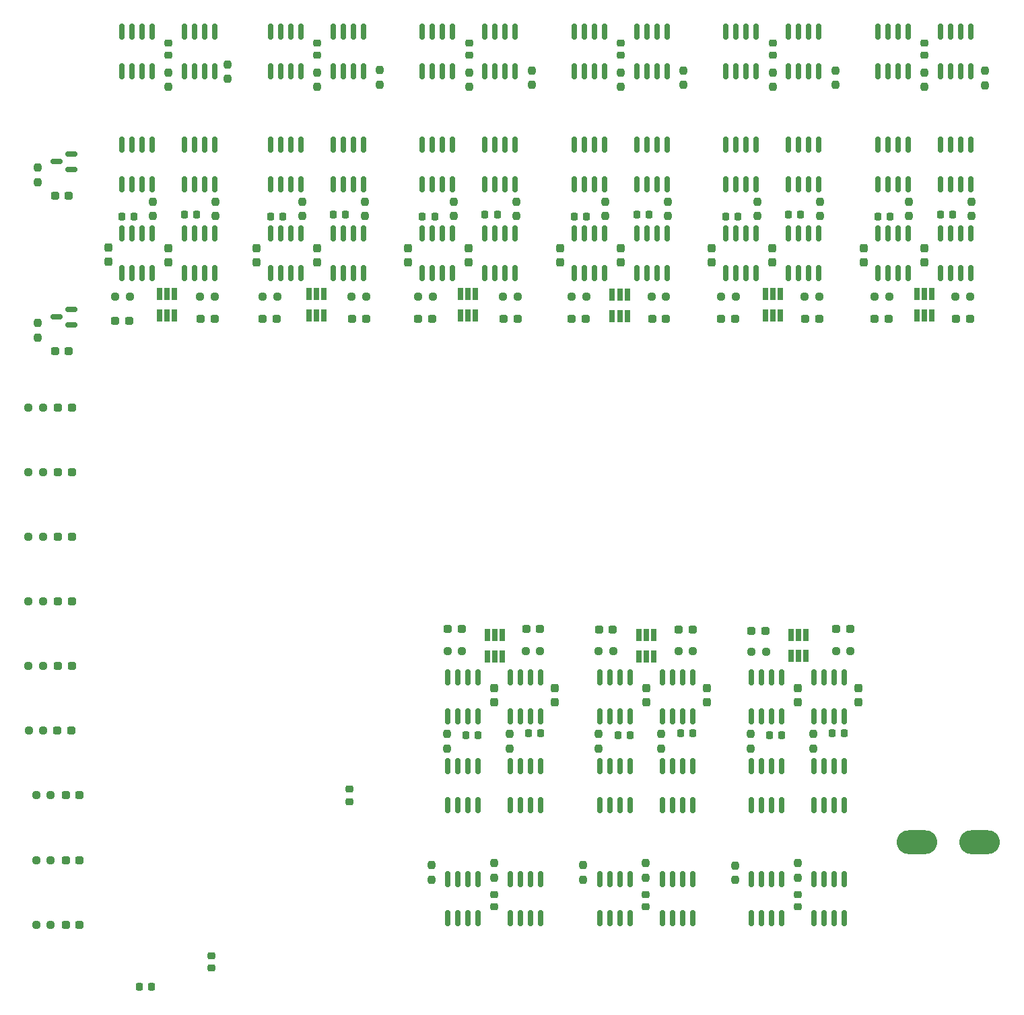
<source format=gtp>
%TF.GenerationSoftware,KiCad,Pcbnew,(6.0.10)*%
%TF.CreationDate,2022-12-30T00:20:43-06:00*%
%TF.ProjectId,Armboard_Hardware,41726d62-6f61-4726-945f-486172647761,rev?*%
%TF.SameCoordinates,Original*%
%TF.FileFunction,Paste,Top*%
%TF.FilePolarity,Positive*%
%FSLAX46Y46*%
G04 Gerber Fmt 4.6, Leading zero omitted, Abs format (unit mm)*
G04 Created by KiCad (PCBNEW (6.0.10)) date 2022-12-30 00:20:43*
%MOMM*%
%LPD*%
G01*
G04 APERTURE LIST*
G04 Aperture macros list*
%AMRoundRect*
0 Rectangle with rounded corners*
0 $1 Rounding radius*
0 $2 $3 $4 $5 $6 $7 $8 $9 X,Y pos of 4 corners*
0 Add a 4 corners polygon primitive as box body*
4,1,4,$2,$3,$4,$5,$6,$7,$8,$9,$2,$3,0*
0 Add four circle primitives for the rounded corners*
1,1,$1+$1,$2,$3*
1,1,$1+$1,$4,$5*
1,1,$1+$1,$6,$7*
1,1,$1+$1,$8,$9*
0 Add four rect primitives between the rounded corners*
20,1,$1+$1,$2,$3,$4,$5,0*
20,1,$1+$1,$4,$5,$6,$7,0*
20,1,$1+$1,$6,$7,$8,$9,0*
20,1,$1+$1,$8,$9,$2,$3,0*%
G04 Aperture macros list end*
%ADD10R,0.650000X1.560000*%
%ADD11RoundRect,0.237500X-0.287500X-0.237500X0.287500X-0.237500X0.287500X0.237500X-0.287500X0.237500X0*%
%ADD12RoundRect,0.237500X0.250000X0.237500X-0.250000X0.237500X-0.250000X-0.237500X0.250000X-0.237500X0*%
%ADD13RoundRect,0.225000X0.250000X-0.225000X0.250000X0.225000X-0.250000X0.225000X-0.250000X-0.225000X0*%
%ADD14RoundRect,0.237500X0.237500X-0.250000X0.237500X0.250000X-0.237500X0.250000X-0.237500X-0.250000X0*%
%ADD15RoundRect,0.150000X0.150000X-0.825000X0.150000X0.825000X-0.150000X0.825000X-0.150000X-0.825000X0*%
%ADD16RoundRect,0.150000X-0.150000X0.825000X-0.150000X-0.825000X0.150000X-0.825000X0.150000X0.825000X0*%
%ADD17RoundRect,0.237500X-0.237500X0.250000X-0.237500X-0.250000X0.237500X-0.250000X0.237500X0.250000X0*%
%ADD18RoundRect,0.225000X0.225000X0.250000X-0.225000X0.250000X-0.225000X-0.250000X0.225000X-0.250000X0*%
%ADD19RoundRect,0.225000X-0.225000X-0.250000X0.225000X-0.250000X0.225000X0.250000X-0.225000X0.250000X0*%
%ADD20RoundRect,0.237500X-0.237500X0.287500X-0.237500X-0.287500X0.237500X-0.287500X0.237500X0.287500X0*%
%ADD21RoundRect,0.237500X-0.250000X-0.237500X0.250000X-0.237500X0.250000X0.237500X-0.250000X0.237500X0*%
%ADD22RoundRect,0.225000X-0.250000X0.225000X-0.250000X-0.225000X0.250000X-0.225000X0.250000X0.225000X0*%
%ADD23RoundRect,0.237500X0.287500X0.237500X-0.287500X0.237500X-0.287500X-0.237500X0.287500X-0.237500X0*%
%ADD24RoundRect,0.237500X0.237500X-0.287500X0.237500X0.287500X-0.237500X0.287500X-0.237500X-0.287500X0*%
%ADD25RoundRect,0.150000X0.587500X0.150000X-0.587500X0.150000X-0.587500X-0.150000X0.587500X-0.150000X0*%
%ADD26O,5.100000X3.000000*%
G04 APERTURE END LIST*
D10*
X267782080Y-199978000D03*
X268732080Y-199978000D03*
X269682080Y-199978000D03*
X269682080Y-197278000D03*
X268732080Y-197278000D03*
X267782080Y-197278000D03*
D11*
X160770600Y-276682200D03*
X162520600Y-276682200D03*
D12*
X248816500Y-242316000D03*
X246991500Y-242316000D03*
D13*
X249663592Y-167215600D03*
X249663592Y-165665600D03*
X192416228Y-167215600D03*
X192416228Y-165665600D03*
D14*
X228653704Y-187419100D03*
X228653704Y-185594100D03*
D15*
X251677392Y-194569600D03*
X252947392Y-194569600D03*
X254217392Y-194569600D03*
X255487392Y-194569600D03*
X255487392Y-189619600D03*
X254217392Y-189619600D03*
X252947392Y-189619600D03*
X251677392Y-189619600D03*
D11*
X159780000Y-227838000D03*
X161530000Y-227838000D03*
D12*
X217574500Y-197612000D03*
X215749500Y-197612000D03*
X168844000Y-197612000D03*
X167019000Y-197612000D03*
D14*
X211497416Y-171163100D03*
X211497416Y-169338100D03*
D16*
X258684004Y-270893800D03*
X257414004Y-270893800D03*
X256144004Y-270893800D03*
X254874004Y-270893800D03*
X254874004Y-275843800D03*
X256144004Y-275843800D03*
X257414004Y-275843800D03*
X258684004Y-275843800D03*
D14*
X192423428Y-171163100D03*
X192423428Y-169338100D03*
D12*
X157946700Y-252222000D03*
X156121700Y-252222000D03*
D15*
X205630016Y-183393600D03*
X206900016Y-183393600D03*
X208170016Y-183393600D03*
X209440016Y-183393600D03*
X209440016Y-178443600D03*
X208170016Y-178443600D03*
X206900016Y-178443600D03*
X205630016Y-178443600D03*
X243803392Y-194569600D03*
X245073392Y-194569600D03*
X246343392Y-194569600D03*
X247613392Y-194569600D03*
X247613392Y-189619600D03*
X246343392Y-189619600D03*
X245073392Y-189619600D03*
X243803392Y-189619600D03*
D12*
X206906500Y-197612000D03*
X205081500Y-197612000D03*
D17*
X233727600Y-268900300D03*
X233727600Y-270725300D03*
D18*
X239615200Y-252540800D03*
X238065200Y-252540800D03*
D10*
X172532080Y-199978000D03*
X173482080Y-199978000D03*
X174432080Y-199978000D03*
X174432080Y-197278000D03*
X173482080Y-197278000D03*
X172532080Y-197278000D03*
D19*
X213483816Y-187287147D03*
X215033816Y-187287147D03*
D15*
X167808480Y-169169600D03*
X169078480Y-169169600D03*
X170348480Y-169169600D03*
X171618480Y-169169600D03*
X171618480Y-164219600D03*
X170348480Y-164219600D03*
X169078480Y-164219600D03*
X167808480Y-164219600D03*
D20*
X192398028Y-191473600D03*
X192398028Y-193223600D03*
D15*
X262890080Y-194569600D03*
X264160080Y-194569600D03*
X265430080Y-194569600D03*
X266700080Y-194569600D03*
X266700080Y-189619600D03*
X265430080Y-189619600D03*
X264160080Y-189619600D03*
X262890080Y-189619600D03*
D20*
X222931504Y-191473600D03*
X222931504Y-193223600D03*
D21*
X218619000Y-242189000D03*
X220444000Y-242189000D03*
D14*
X190493028Y-187419100D03*
X190493028Y-185594100D03*
D17*
X157249500Y-200890500D03*
X157249500Y-202715500D03*
D16*
X231721000Y-245493800D03*
X230451000Y-245493800D03*
X229181000Y-245493800D03*
X227911000Y-245493800D03*
X227911000Y-250443800D03*
X229181000Y-250443800D03*
X230451000Y-250443800D03*
X231721000Y-250443800D03*
D10*
X229494080Y-200058000D03*
X230444080Y-200058000D03*
X231394080Y-200058000D03*
X231394080Y-197358000D03*
X230444080Y-197358000D03*
X229494080Y-197358000D03*
D20*
X249645392Y-191473600D03*
X249645392Y-193223600D03*
D15*
X270764080Y-194569600D03*
X272034080Y-194569600D03*
X273304080Y-194569600D03*
X274574080Y-194569600D03*
X274574080Y-189619600D03*
X273304080Y-189619600D03*
X272034080Y-189619600D03*
X270764080Y-189619600D03*
D17*
X216569212Y-252644300D03*
X216569212Y-254469300D03*
D15*
X270764080Y-183393600D03*
X272034080Y-183393600D03*
X273304080Y-183393600D03*
X274574080Y-183393600D03*
X274574080Y-178443600D03*
X273304080Y-178443600D03*
X272034080Y-178443600D03*
X270764080Y-178443600D03*
D19*
X262869880Y-187522600D03*
X264419880Y-187522600D03*
D11*
X159780000Y-219710000D03*
X161530000Y-219710000D03*
D14*
X181132800Y-170184600D03*
X181132800Y-168359600D03*
D22*
X214646012Y-272847800D03*
X214646012Y-274397800D03*
D12*
X158875100Y-268554200D03*
X157050100Y-268554200D03*
D11*
X159780000Y-244094000D03*
X161530000Y-244094000D03*
D16*
X220506212Y-245493800D03*
X219236212Y-245493800D03*
X217966212Y-245493800D03*
X216696212Y-245493800D03*
X216696212Y-250443800D03*
X217966212Y-250443800D03*
X219236212Y-250443800D03*
X220506212Y-250443800D03*
D14*
X230584104Y-171163100D03*
X230584104Y-169338100D03*
D17*
X214638812Y-268900300D03*
X214638812Y-270725300D03*
D19*
X232570504Y-187287147D03*
X234120504Y-187287147D03*
D14*
X173675880Y-171163100D03*
X173675880Y-169338100D03*
D23*
X274470500Y-200406000D03*
X272720500Y-200406000D03*
D19*
X224696504Y-187522600D03*
X226246504Y-187522600D03*
D17*
X235658000Y-252644300D03*
X235658000Y-254469300D03*
X206769012Y-269154300D03*
X206769012Y-270979300D03*
D14*
X179619480Y-187419100D03*
X179619480Y-185594100D03*
X238458104Y-170923100D03*
X238458104Y-169098100D03*
X255614392Y-187419100D03*
X255614392Y-185594100D03*
D10*
X191328080Y-199978000D03*
X192278080Y-199978000D03*
X193228080Y-199978000D03*
X193228080Y-197278000D03*
X192278080Y-197278000D03*
X191328080Y-197278000D03*
D16*
X250810004Y-270893800D03*
X249540004Y-270893800D03*
X248270004Y-270893800D03*
X247000004Y-270893800D03*
X247000004Y-275843800D03*
X248270004Y-275843800D03*
X249540004Y-275843800D03*
X250810004Y-275843800D03*
D14*
X257544792Y-170909100D03*
X257544792Y-169084100D03*
D20*
X268732080Y-191473600D03*
X268732080Y-193223600D03*
D14*
X274701080Y-187419100D03*
X274701080Y-185594100D03*
D15*
X194430028Y-194569600D03*
X195700028Y-194569600D03*
X196970028Y-194569600D03*
X198240028Y-194569600D03*
X198240028Y-189619600D03*
X196970028Y-189619600D03*
X195700028Y-189619600D03*
X194430028Y-189619600D03*
D19*
X251657192Y-187287147D03*
X253207192Y-187287147D03*
D10*
X234742004Y-240204000D03*
X233792004Y-240204000D03*
X232842004Y-240204000D03*
X232842004Y-242904000D03*
X233792004Y-242904000D03*
X234742004Y-242904000D03*
D12*
X157884500Y-235966000D03*
X156059500Y-235966000D03*
D11*
X159705700Y-252222000D03*
X161455700Y-252222000D03*
D24*
X252842004Y-248589800D03*
X252842004Y-246839800D03*
D12*
X229639500Y-242189000D03*
X227814500Y-242189000D03*
D16*
X250810004Y-256669800D03*
X249540004Y-256669800D03*
X248270004Y-256669800D03*
X247000004Y-256669800D03*
X247000004Y-261619800D03*
X248270004Y-261619800D03*
X249540004Y-261619800D03*
X250810004Y-261619800D03*
D14*
X276352000Y-170965500D03*
X276352000Y-169140500D03*
D11*
X205081500Y-200406000D03*
X206831500Y-200406000D03*
D19*
X194409828Y-187287147D03*
X195959828Y-187287147D03*
D22*
X252823804Y-272847800D03*
X252823804Y-274397800D03*
D20*
X261104880Y-191473600D03*
X261104880Y-193223600D03*
D15*
X175682480Y-183393600D03*
X176952480Y-183393600D03*
X178222480Y-183393600D03*
X179492480Y-183393600D03*
X179492480Y-178443600D03*
X178222480Y-178443600D03*
X176952480Y-178443600D03*
X175682480Y-178443600D03*
D12*
X157884500Y-244094000D03*
X156059500Y-244094000D03*
D18*
X212652412Y-252776253D03*
X211102412Y-252776253D03*
D12*
X158875100Y-276682200D03*
X157050100Y-276682200D03*
D15*
X186556028Y-194569600D03*
X187826028Y-194569600D03*
X189096028Y-194569600D03*
X190366028Y-194569600D03*
X190366028Y-189619600D03*
X189096028Y-189619600D03*
X187826028Y-189619600D03*
X186556028Y-189619600D03*
D20*
X211472016Y-191473600D03*
X211472016Y-193223600D03*
D16*
X239595000Y-245493800D03*
X238325000Y-245493800D03*
X237055000Y-245493800D03*
X235785000Y-245493800D03*
X235785000Y-250443800D03*
X237055000Y-250443800D03*
X238325000Y-250443800D03*
X239595000Y-250443800D03*
D11*
X160770600Y-268554200D03*
X162520600Y-268554200D03*
D10*
X210378080Y-199978000D03*
X211328080Y-199978000D03*
X212278080Y-199978000D03*
X212278080Y-197278000D03*
X211328080Y-197278000D03*
X210378080Y-197278000D03*
D15*
X175682480Y-194569600D03*
X176952480Y-194569600D03*
X178222480Y-194569600D03*
X179492480Y-194569600D03*
X179492480Y-189619600D03*
X178222480Y-189619600D03*
X176952480Y-189619600D03*
X175682480Y-189619600D03*
D12*
X259447000Y-242189000D03*
X257622000Y-242189000D03*
D13*
X173668680Y-167215600D03*
X173668680Y-165665600D03*
D23*
X239635000Y-239522000D03*
X237885000Y-239522000D03*
D15*
X270764080Y-169169600D03*
X272034080Y-169169600D03*
X273304080Y-169169600D03*
X274574080Y-169169600D03*
X274574080Y-164219600D03*
X273304080Y-164219600D03*
X272034080Y-164219600D03*
X270764080Y-164219600D03*
D17*
X252816604Y-268900300D03*
X252816604Y-270725300D03*
D16*
X239595000Y-256669800D03*
X238325000Y-256669800D03*
X237055000Y-256669800D03*
X235785000Y-256669800D03*
X235785000Y-261619800D03*
X237055000Y-261619800D03*
X238325000Y-261619800D03*
X239595000Y-261619800D03*
D17*
X225853600Y-269154300D03*
X225853600Y-270979300D03*
D16*
X258684004Y-256669800D03*
X257414004Y-256669800D03*
X256144004Y-256669800D03*
X254874004Y-256669800D03*
X254874004Y-261619800D03*
X256144004Y-261619800D03*
X257414004Y-261619800D03*
X258684004Y-261619800D03*
X220506212Y-256669800D03*
X219236212Y-256669800D03*
X217966212Y-256669800D03*
X216696212Y-256669800D03*
X216696212Y-261619800D03*
X217966212Y-261619800D03*
X219236212Y-261619800D03*
X220506212Y-261619800D03*
D15*
X224716704Y-169169600D03*
X225986704Y-169169600D03*
X227256704Y-169169600D03*
X228526704Y-169169600D03*
X228526704Y-164219600D03*
X227256704Y-164219600D03*
X225986704Y-164219600D03*
X224716704Y-164219600D03*
D11*
X159780000Y-211582000D03*
X161530000Y-211582000D03*
D17*
X244942604Y-269165700D03*
X244942604Y-270990700D03*
D11*
X227816668Y-239522000D03*
X229566668Y-239522000D03*
D21*
X208802000Y-242189000D03*
X210627000Y-242189000D03*
D19*
X167788280Y-187522600D03*
X169338280Y-187522600D03*
D11*
X243181500Y-200329800D03*
X244931500Y-200329800D03*
X246991500Y-239649000D03*
X248741500Y-239649000D03*
D15*
X194430028Y-169169600D03*
X195700028Y-169169600D03*
X196970028Y-169169600D03*
X198240028Y-169169600D03*
X198240028Y-164219600D03*
X196970028Y-164219600D03*
X195700028Y-164219600D03*
X194430028Y-164219600D03*
D14*
X200272028Y-170899600D03*
X200272028Y-169074600D03*
D19*
X175662280Y-187287147D03*
X177212280Y-187287147D03*
D15*
X186556028Y-169169600D03*
X187826028Y-169169600D03*
X189096028Y-169169600D03*
X190366028Y-169169600D03*
X190366028Y-164219600D03*
X189096028Y-164219600D03*
X187826028Y-164219600D03*
X186556028Y-164219600D03*
D16*
X239595000Y-270893800D03*
X238325000Y-270893800D03*
X237055000Y-270893800D03*
X235785000Y-270893800D03*
X235785000Y-275843800D03*
X237055000Y-275843800D03*
X238325000Y-275843800D03*
X239595000Y-275843800D03*
D23*
X217574500Y-200406000D03*
X215824500Y-200406000D03*
D11*
X224385500Y-200406000D03*
X226135500Y-200406000D03*
D12*
X236267000Y-197612000D03*
X234442000Y-197612000D03*
D24*
X233753000Y-248589800D03*
X233753000Y-246839800D03*
D15*
X232590704Y-183393600D03*
X233860704Y-183393600D03*
X235130704Y-183393600D03*
X236400704Y-183393600D03*
X236400704Y-178443600D03*
X235130704Y-178443600D03*
X233860704Y-178443600D03*
X232590704Y-178443600D03*
D14*
X249670792Y-171163100D03*
X249670792Y-169338100D03*
D12*
X179474500Y-197612000D03*
X177649500Y-197612000D03*
D10*
X253858004Y-240124000D03*
X252908004Y-240124000D03*
X251958004Y-240124000D03*
X251958004Y-242824000D03*
X252908004Y-242824000D03*
X253858004Y-242824000D03*
D17*
X157249500Y-181332500D03*
X157249500Y-183157500D03*
D16*
X212632212Y-270893800D03*
X211362212Y-270893800D03*
X210092212Y-270893800D03*
X208822212Y-270893800D03*
X208822212Y-275843800D03*
X210092212Y-275843800D03*
X211362212Y-275843800D03*
X212632212Y-275843800D03*
X231721000Y-270893800D03*
X230451000Y-270893800D03*
X229181000Y-270893800D03*
X227911000Y-270893800D03*
X227911000Y-275843800D03*
X229181000Y-275843800D03*
X230451000Y-275843800D03*
X231721000Y-275843800D03*
D13*
X230576904Y-167215600D03*
X230576904Y-165665600D03*
D16*
X220506212Y-270893800D03*
X219236212Y-270893800D03*
X217966212Y-270893800D03*
X216696212Y-270893800D03*
X216696212Y-275843800D03*
X217966212Y-275843800D03*
X219236212Y-275843800D03*
X220506212Y-275843800D03*
D24*
X260469204Y-248589800D03*
X260469204Y-246839800D03*
D15*
X224716704Y-183393600D03*
X225986704Y-183393600D03*
X227256704Y-183393600D03*
X228526704Y-183393600D03*
X228526704Y-178443600D03*
X227256704Y-178443600D03*
X225986704Y-178443600D03*
X224716704Y-178443600D03*
X243803392Y-169169600D03*
X245073392Y-169169600D03*
X246343392Y-169169600D03*
X247613392Y-169169600D03*
X247613392Y-164219600D03*
X246343392Y-164219600D03*
X245073392Y-164219600D03*
X243803392Y-164219600D03*
D11*
X159422500Y-204470000D03*
X161172500Y-204470000D03*
D19*
X205609816Y-187522600D03*
X207159816Y-187522600D03*
D13*
X179070000Y-282093000D03*
X179070000Y-280543000D03*
D12*
X157884500Y-227838000D03*
X156059500Y-227838000D03*
D24*
X222291412Y-248589800D03*
X222291412Y-246839800D03*
D15*
X243803392Y-183393600D03*
X245073392Y-183393600D03*
X246343392Y-183393600D03*
X247613392Y-183393600D03*
X247613392Y-178443600D03*
X246343392Y-178443600D03*
X245073392Y-178443600D03*
X243803392Y-178443600D03*
X175682480Y-169169600D03*
X176952480Y-169169600D03*
X178222480Y-169169600D03*
X179492480Y-169169600D03*
X179492480Y-164219600D03*
X178222480Y-164219600D03*
X176952480Y-164219600D03*
X175682480Y-164219600D03*
D12*
X255524000Y-197612000D03*
X253699000Y-197612000D03*
D15*
X213504016Y-183393600D03*
X214774016Y-183393600D03*
X216044016Y-183393600D03*
X217314016Y-183393600D03*
X217314016Y-178443600D03*
X216044016Y-178443600D03*
X214774016Y-178443600D03*
X213504016Y-178443600D03*
D10*
X215692004Y-240204000D03*
X214742004Y-240204000D03*
X213792004Y-240204000D03*
X213792004Y-242904000D03*
X214742004Y-242904000D03*
X215692004Y-242904000D03*
D12*
X274470500Y-197612000D03*
X272645500Y-197612000D03*
D18*
X231741200Y-252776253D03*
X230191200Y-252776253D03*
D15*
X262890080Y-169169600D03*
X264160080Y-169169600D03*
X265430080Y-169169600D03*
X266700080Y-169169600D03*
X266700080Y-164219600D03*
X265430080Y-164219600D03*
X264160080Y-164219600D03*
X262890080Y-164219600D03*
D13*
X211490216Y-167215600D03*
X211490216Y-165665600D03*
D23*
X179474500Y-200406000D03*
X177724500Y-200406000D03*
D11*
X167019000Y-200660000D03*
X168769000Y-200660000D03*
D12*
X158875100Y-260299200D03*
X157050100Y-260299200D03*
D20*
X230558704Y-191473600D03*
X230558704Y-193223600D03*
D22*
X196469000Y-259588000D03*
X196469000Y-261138000D03*
D14*
X209567016Y-187419100D03*
X209567016Y-185594100D03*
D19*
X170040000Y-284480000D03*
X171590000Y-284480000D03*
D20*
X166116080Y-191403000D03*
X166116080Y-193153000D03*
D24*
X241380200Y-248589800D03*
X241380200Y-246839800D03*
D20*
X173650480Y-191473600D03*
X173650480Y-193223600D03*
D12*
X239635000Y-242189000D03*
X237810000Y-242189000D03*
D15*
X251677392Y-183393600D03*
X252947392Y-183393600D03*
X254217392Y-183393600D03*
X255487392Y-183393600D03*
X255487392Y-178443600D03*
X254217392Y-178443600D03*
X252947392Y-178443600D03*
X251677392Y-178443600D03*
D17*
X254747004Y-252644300D03*
X254747004Y-254469300D03*
D23*
X236267000Y-200406000D03*
X234517000Y-200406000D03*
D15*
X205630016Y-194569600D03*
X206900016Y-194569600D03*
X208170016Y-194569600D03*
X209440016Y-194569600D03*
X209440016Y-189619600D03*
X208170016Y-189619600D03*
X206900016Y-189619600D03*
X205630016Y-189619600D03*
D11*
X159422500Y-184912000D03*
X161172500Y-184912000D03*
D15*
X186556028Y-183393600D03*
X187826028Y-183393600D03*
X189096028Y-183393600D03*
X190366028Y-183393600D03*
X190366028Y-178443600D03*
X189096028Y-178443600D03*
X187826028Y-178443600D03*
X186556028Y-178443600D03*
X167808480Y-183393600D03*
X169078480Y-183393600D03*
X170348480Y-183393600D03*
X171618480Y-183393600D03*
X171618480Y-178443600D03*
X170348480Y-178443600D03*
X169078480Y-178443600D03*
X167808480Y-178443600D03*
D12*
X157884500Y-211582000D03*
X156059500Y-211582000D03*
D14*
X268757480Y-171163100D03*
X268757480Y-169338100D03*
D25*
X161489000Y-181544000D03*
X161489000Y-179644000D03*
X159614000Y-180594000D03*
D20*
X184770828Y-191473600D03*
X184770828Y-193223600D03*
D14*
X219371416Y-170925000D03*
X219371416Y-169100000D03*
X266827080Y-187419100D03*
X266827080Y-185594100D03*
D25*
X161489000Y-201102000D03*
X161489000Y-199202000D03*
X159614000Y-200152000D03*
D22*
X233734800Y-272847800D03*
X233734800Y-274397800D03*
D11*
X262485500Y-200406000D03*
X264235500Y-200406000D03*
D15*
X232590704Y-169169600D03*
X233860704Y-169169600D03*
X235130704Y-169169600D03*
X236400704Y-169169600D03*
X236400704Y-164219600D03*
X235130704Y-164219600D03*
X233860704Y-164219600D03*
X232590704Y-164219600D03*
D23*
X259447000Y-239395000D03*
X257697000Y-239395000D03*
D14*
X247740392Y-187419100D03*
X247740392Y-185594100D03*
D23*
X220444000Y-239395000D03*
X218694000Y-239395000D03*
D14*
X217441016Y-187419100D03*
X217441016Y-185594100D03*
D15*
X194430028Y-183393600D03*
X195700028Y-183393600D03*
X196970028Y-183393600D03*
X198240028Y-183393600D03*
X198240028Y-178443600D03*
X196970028Y-178443600D03*
X195700028Y-178443600D03*
X194430028Y-178443600D03*
D14*
X171745480Y-187419100D03*
X171745480Y-185594100D03*
D11*
X208802000Y-239395000D03*
X210552000Y-239395000D03*
D10*
X248732080Y-199978000D03*
X249682080Y-199978000D03*
X250632080Y-199978000D03*
X250632080Y-197278000D03*
X249682080Y-197278000D03*
X248732080Y-197278000D03*
D20*
X242018192Y-191473600D03*
X242018192Y-193223600D03*
D12*
X264310500Y-197612000D03*
X262485500Y-197612000D03*
D24*
X214664212Y-248589800D03*
X214664212Y-246839800D03*
D16*
X212632212Y-245493800D03*
X211362212Y-245493800D03*
X210092212Y-245493800D03*
X208822212Y-245493800D03*
X208822212Y-250443800D03*
X210092212Y-250443800D03*
X211362212Y-250443800D03*
X212632212Y-250443800D03*
D19*
X186535828Y-187522600D03*
X188085828Y-187522600D03*
D11*
X160770600Y-260299200D03*
X162520600Y-260299200D03*
D19*
X270743880Y-187287147D03*
X272293880Y-187287147D03*
D12*
X245006500Y-197612000D03*
X243181500Y-197612000D03*
D20*
X203844816Y-191473600D03*
X203844816Y-193223600D03*
D16*
X250810004Y-245493800D03*
X249540004Y-245493800D03*
X248270004Y-245493800D03*
X247000004Y-245493800D03*
X247000004Y-250443800D03*
X248270004Y-250443800D03*
X249540004Y-250443800D03*
X250810004Y-250443800D03*
X212632212Y-256669800D03*
X211362212Y-256669800D03*
X210092212Y-256669800D03*
X208822212Y-256669800D03*
X208822212Y-261619800D03*
X210092212Y-261619800D03*
X211362212Y-261619800D03*
X212632212Y-261619800D03*
D18*
X258704204Y-252540800D03*
X257154204Y-252540800D03*
D17*
X208695212Y-252644300D03*
X208695212Y-254469300D03*
X246873004Y-252644300D03*
X246873004Y-254469300D03*
D15*
X213504016Y-194569600D03*
X214774016Y-194569600D03*
X216044016Y-194569600D03*
X217314016Y-194569600D03*
X217314016Y-189619600D03*
X216044016Y-189619600D03*
X214774016Y-189619600D03*
X213504016Y-189619600D03*
X224716704Y-194569600D03*
X225986704Y-194569600D03*
X227256704Y-194569600D03*
X228526704Y-194569600D03*
X228526704Y-189619600D03*
X227256704Y-189619600D03*
X225986704Y-189619600D03*
X224716704Y-189619600D03*
D18*
X250830204Y-252776253D03*
X249280204Y-252776253D03*
D23*
X255524000Y-200406000D03*
X253774000Y-200406000D03*
D15*
X232590704Y-194569600D03*
X233860704Y-194569600D03*
X235130704Y-194569600D03*
X236400704Y-194569600D03*
X236400704Y-189619600D03*
X235130704Y-189619600D03*
X233860704Y-189619600D03*
X232590704Y-189619600D03*
X251677392Y-169169600D03*
X252947392Y-169169600D03*
X254217392Y-169169600D03*
X255487392Y-169169600D03*
X255487392Y-164219600D03*
X254217392Y-164219600D03*
X252947392Y-164219600D03*
X251677392Y-164219600D03*
X262890080Y-183393600D03*
X264160080Y-183393600D03*
X265430080Y-183393600D03*
X266700080Y-183393600D03*
X266700080Y-178443600D03*
X265430080Y-178443600D03*
X264160080Y-178443600D03*
X262890080Y-178443600D03*
D16*
X258684004Y-245493800D03*
X257414004Y-245493800D03*
X256144004Y-245493800D03*
X254874004Y-245493800D03*
X254874004Y-250443800D03*
X256144004Y-250443800D03*
X257414004Y-250443800D03*
X258684004Y-250443800D03*
D12*
X226210500Y-197612000D03*
X224385500Y-197612000D03*
D11*
X159780000Y-235966000D03*
X161530000Y-235966000D03*
D17*
X227784000Y-252644300D03*
X227784000Y-254469300D03*
D14*
X198367028Y-187419100D03*
X198367028Y-185594100D03*
D15*
X167808480Y-194569600D03*
X169078480Y-194569600D03*
X170348480Y-194569600D03*
X171618480Y-194569600D03*
X171618480Y-189619600D03*
X170348480Y-189619600D03*
X169078480Y-189619600D03*
X167808480Y-189619600D03*
X205630016Y-169169600D03*
X206900016Y-169169600D03*
X208170016Y-169169600D03*
X209440016Y-169169600D03*
X209440016Y-164219600D03*
X208170016Y-164219600D03*
X206900016Y-164219600D03*
X205630016Y-164219600D03*
D18*
X220526412Y-252540800D03*
X218976412Y-252540800D03*
D16*
X231721000Y-256669800D03*
X230451000Y-256669800D03*
X229181000Y-256669800D03*
X227911000Y-256669800D03*
X227911000Y-261619800D03*
X229181000Y-261619800D03*
X230451000Y-261619800D03*
X231721000Y-261619800D03*
D13*
X268750280Y-167215600D03*
X268750280Y-165665600D03*
D15*
X213504016Y-169169600D03*
X214774016Y-169169600D03*
X216044016Y-169169600D03*
X217314016Y-169169600D03*
X217314016Y-164219600D03*
X216044016Y-164219600D03*
X214774016Y-164219600D03*
X213504016Y-164219600D03*
D23*
X198524500Y-200406000D03*
X196774500Y-200406000D03*
D26*
X267843000Y-266256800D03*
X275717000Y-266256800D03*
D12*
X187348500Y-197612000D03*
X185523500Y-197612000D03*
D19*
X243783192Y-187522600D03*
X245333192Y-187522600D03*
D14*
X236527704Y-187419100D03*
X236527704Y-185594100D03*
D12*
X157884500Y-219710000D03*
X156059500Y-219710000D03*
X198524500Y-197612000D03*
X196699500Y-197612000D03*
D11*
X185523500Y-200406000D03*
X187273500Y-200406000D03*
M02*

</source>
